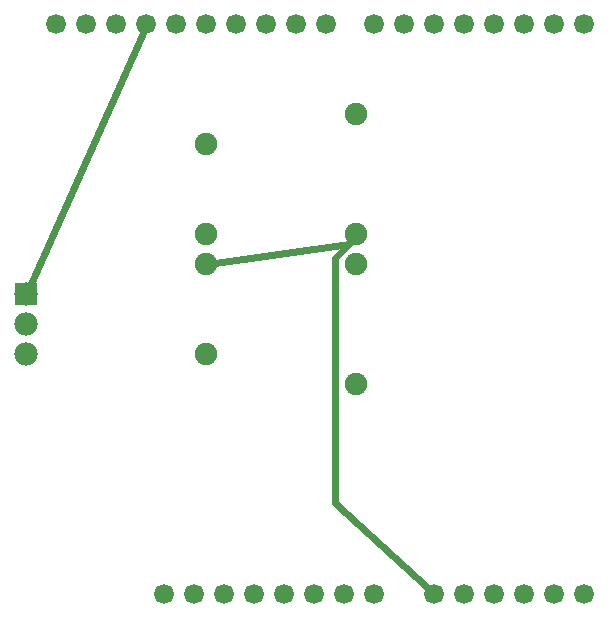
<source format=gtl>
G04 MADE WITH FRITZING*
G04 WWW.FRITZING.ORG*
G04 DOUBLE SIDED*
G04 HOLES PLATED*
G04 CONTOUR ON CENTER OF CONTOUR VECTOR*
%ASAXBY*%
%FSLAX23Y23*%
%MOIN*%
%OFA0B0*%
%SFA1.0B1.0*%
%ADD10C,0.066194*%
%ADD11C,0.066222*%
%ADD12C,0.078000*%
%ADD13C,0.075000*%
%ADD14R,0.078000X0.078000*%
%ADD15C,0.024000*%
%LNCOPPER1*%
G90*
G70*
G54D10*
X2171Y178D03*
X2271Y178D03*
X2371Y178D03*
X2471Y178D03*
X2571Y178D03*
G54D11*
X1711Y2078D03*
X1611Y2078D03*
X1511Y2078D03*
X1411Y2078D03*
X1311Y2078D03*
X1211Y2078D03*
X1111Y2078D03*
X1011Y2078D03*
X911Y2078D03*
X811Y2078D03*
X2571Y2078D03*
X2471Y2078D03*
X2371Y2078D03*
X2271Y2078D03*
X2171Y2078D03*
X2071Y2078D03*
X1971Y2078D03*
X1871Y2078D03*
G54D10*
X1271Y178D03*
X1171Y178D03*
X1371Y178D03*
X1471Y178D03*
X1571Y178D03*
X1671Y178D03*
X1771Y178D03*
X1871Y178D03*
X2071Y178D03*
G54D12*
X711Y1178D03*
X711Y1078D03*
X711Y978D03*
G54D13*
X1311Y1278D03*
X1311Y978D03*
X1311Y1678D03*
X1311Y1378D03*
X1811Y1778D03*
X1811Y1378D03*
X1811Y1278D03*
X1811Y878D03*
G54D14*
X711Y1178D03*
G54D15*
X1794Y1355D02*
X1788Y1346D01*
X1788Y1346D02*
X1339Y1282D01*
D02*
X2049Y198D02*
X1740Y482D01*
X1740Y482D02*
X1740Y1298D01*
X1740Y1298D02*
X1788Y1346D01*
D02*
X723Y1205D02*
X1099Y2050D01*
G04 End of Copper1*
M02*

</source>
